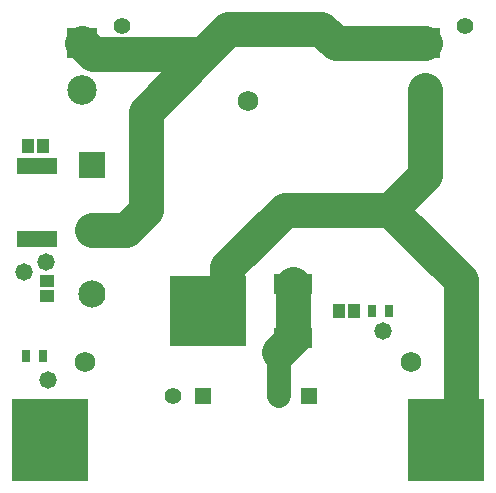
<source format=gts>
G04*
G04 #@! TF.GenerationSoftware,Altium Limited,Altium Designer,23.10.1 (27)*
G04*
G04 Layer_Color=8388736*
%FSLAX25Y25*%
%MOIN*%
G70*
G04*
G04 #@! TF.SameCoordinates,C07C27E9-E0E0-4E4E-9050-A674B6DD9AC8*
G04*
G04*
G04 #@! TF.FilePolarity,Negative*
G04*
G01*
G75*
%ADD15R,0.13780X0.05709*%
%ADD20R,0.25591X0.27559*%
%ADD21R,0.03950X0.04540*%
%ADD22R,0.04540X0.03950*%
%ADD23R,0.03162X0.03950*%
%ADD24R,0.12611X0.07099*%
%ADD25R,0.25210X0.23635*%
%ADD26C,0.11811*%
%ADD27C,0.07874*%
%ADD28R,0.09843X0.09843*%
%ADD29C,0.09843*%
%ADD30C,0.05512*%
%ADD31R,0.09068X0.09068*%
%ADD32C,0.09068*%
%ADD33C,0.06800*%
%ADD34C,0.09055*%
%ADD35R,0.09055X0.09055*%
%ADD36R,0.05512X0.05512*%
%ADD37C,0.05800*%
D15*
X8268Y105118D02*
D03*
Y80709D02*
D03*
D20*
X12795Y13780D02*
D03*
X144685D02*
D03*
D21*
X10433Y111811D02*
D03*
X5315D02*
D03*
X114075Y56601D02*
D03*
X108957D02*
D03*
D22*
X11811Y61614D02*
D03*
Y66732D02*
D03*
D23*
X120177Y56693D02*
D03*
X125886D02*
D03*
X4626Y41732D02*
D03*
X10335D02*
D03*
D24*
X93701Y47677D02*
D03*
Y65709D02*
D03*
D25*
X65354Y56693D02*
D03*
D26*
X126213Y90551D02*
X149606Y67158D01*
Y20079D02*
Y67158D01*
X126213Y90551D02*
X137795Y102134D01*
Y130394D01*
X90945Y90551D02*
X126213D01*
X44653D02*
Y123231D01*
X63863Y142441D01*
X26969D02*
X63863D01*
X23425Y145984D02*
X26969Y142441D01*
X37961Y83858D02*
X44653Y90551D01*
X63863Y142441D02*
X72210Y150787D01*
X103175D01*
X107978Y145984D01*
X137795D01*
X26772Y83858D02*
X37961D01*
X71653Y62205D02*
Y71260D01*
X90945Y90551D01*
X93701Y47677D02*
Y65709D01*
X89173Y43150D02*
X93701Y47677D01*
D27*
X89173Y28346D02*
Y43150D01*
D28*
X23425Y145984D02*
D03*
X137795D02*
D03*
D29*
X23425Y130394D02*
D03*
X137795D02*
D03*
D30*
X36811Y151890D02*
D03*
X151181D02*
D03*
X53740Y28346D02*
D03*
X89173D02*
D03*
D31*
X26772Y105276D02*
D03*
D32*
Y83858D02*
D03*
Y62441D02*
D03*
D33*
X78740Y126772D02*
D03*
X133071Y39764D02*
D03*
X24409D02*
D03*
D34*
X44653Y90551D02*
D03*
D35*
X126213D02*
D03*
D36*
X63583Y28346D02*
D03*
X99016D02*
D03*
D37*
X11417Y73228D02*
D03*
X3937Y69685D02*
D03*
X12205Y33858D02*
D03*
X21457Y13780D02*
D03*
X12795Y22441D02*
D03*
X4528Y13780D02*
D03*
X21260Y22441D02*
D03*
X12795Y4724D02*
D03*
X4331D02*
D03*
X12992Y13780D02*
D03*
X21260Y4724D02*
D03*
X4331Y22441D02*
D03*
X123622Y50000D02*
D03*
M02*

</source>
